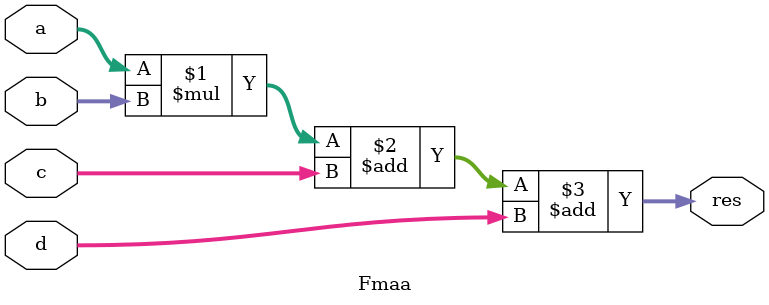
<source format=sv>

module Fmaa #(
    BW = 54
)
(
    input logic [BW-1:0] a,
    input logic [BW-1:0] b,
    input logic [3*BW:0] c,
    input logic [3*BW:0] d,
    output logic [3*BW:0] res
);

assign res = a*b + c + d;

endmodule

</source>
